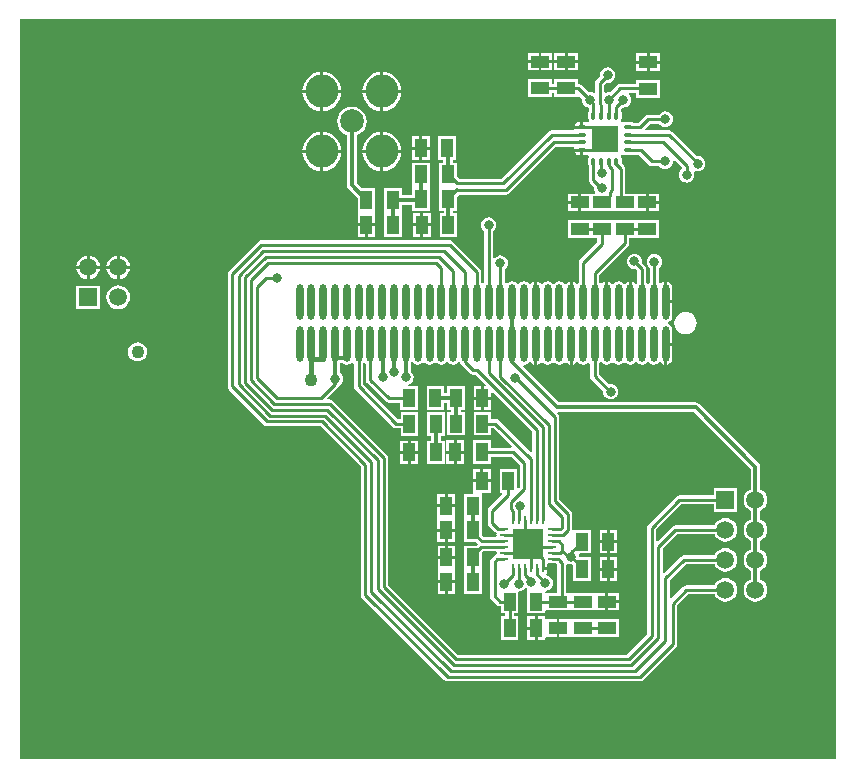
<source format=gbl>
%FSLAX43Y43*%
%MOMM*%
G71*
G01*
G75*
G04 Layer_Physical_Order=2*
G04 Layer_Color=16711680*
%ADD10R,1.500X1.000*%
%ADD11O,2.200X0.600*%
%ADD12R,1.000X1.500*%
%ADD13R,1.100X3.600*%
%ADD14R,10.550X8.700*%
%ADD15R,2.600X2.200*%
%ADD16C,0.250*%
%ADD17C,0.300*%
%ADD18C,0.200*%
%ADD19C,0.500*%
%ADD20C,1.500*%
%ADD21R,1.500X1.500*%
%ADD22C,2.800*%
%ADD23C,2.000*%
%ADD24R,1.500X1.500*%
%ADD25C,0.800*%
%ADD26C,6.000*%
%ADD27C,0.600*%
%ADD28C,0.660*%
%ADD29C,1.100*%
%ADD30R,2.500X2.500*%
%ADD31O,0.700X0.250*%
%ADD32O,0.250X0.700*%
%ADD33R,2.300X2.300*%
%ADD34O,0.350X0.800*%
%ADD35O,0.800X0.350*%
%ADD36O,0.600X3.000*%
%ADD37C,0.400*%
G36*
X69466Y384D02*
X384D01*
Y63116D01*
X69466D01*
Y384D01*
D02*
G37*
%LPC*%
G36*
X37075Y27400D02*
X36450D01*
Y26525D01*
X37075D01*
Y27400D01*
D02*
G37*
G36*
X34050Y27375D02*
X33425D01*
Y26500D01*
X34050D01*
Y27375D01*
D02*
G37*
G36*
X33175D02*
X32550D01*
Y26500D01*
X33175D01*
Y27375D01*
D02*
G37*
G36*
X40250Y30850D02*
X39625D01*
Y29975D01*
X40250D01*
Y30850D01*
D02*
G37*
G36*
X39375D02*
X38750D01*
Y29975D01*
X39375D01*
Y30850D01*
D02*
G37*
G36*
X37950Y27400D02*
X37325D01*
Y26525D01*
X37950D01*
Y27400D01*
D02*
G37*
G36*
X34050Y26250D02*
X33425D01*
Y25375D01*
X34050D01*
Y26250D01*
D02*
G37*
G36*
X33175D02*
X32550D01*
Y25375D01*
X33175D01*
Y26250D01*
D02*
G37*
G36*
X40200Y24975D02*
X39575D01*
Y24100D01*
X40200D01*
Y24975D01*
D02*
G37*
G36*
X37950Y26275D02*
X37325D01*
Y25400D01*
X37950D01*
Y26275D01*
D02*
G37*
G36*
X37075D02*
X36450D01*
Y25400D01*
X37075D01*
Y26275D01*
D02*
G37*
G36*
X36325Y29800D02*
X34825D01*
Y27800D01*
X35142D01*
Y27375D01*
X34800D01*
Y25375D01*
X36300D01*
Y27375D01*
X35958D01*
Y27800D01*
X36325D01*
Y29800D01*
D02*
G37*
G36*
X39375Y31975D02*
X38750D01*
Y31100D01*
X39375D01*
Y31975D01*
D02*
G37*
G36*
X5990Y41920D02*
X5123D01*
X5141Y41784D01*
X5242Y41541D01*
X5402Y41332D01*
X5611Y41172D01*
X5854Y41071D01*
X5990Y41053D01*
Y41920D01*
D02*
G37*
G36*
X40025Y46281D02*
X39855Y46258D01*
X39697Y46193D01*
X39561Y46089D01*
X39457Y45953D01*
X39392Y45795D01*
X39369Y45625D01*
X39392Y45455D01*
X39457Y45297D01*
X39561Y45161D01*
X39643Y45099D01*
Y40730D01*
X39625Y40718D01*
X39612Y40698D01*
X39472Y40690D01*
X39404Y40762D01*
Y41679D01*
X39374Y41825D01*
X39292Y41949D01*
X37020Y44220D01*
X36896Y44303D01*
X36750Y44332D01*
X20754D01*
X20607Y44303D01*
X20483Y44220D01*
X18030Y41767D01*
X17947Y41643D01*
X17918Y41496D01*
Y31975D01*
X17947Y31829D01*
X18030Y31705D01*
X21005Y28730D01*
X21129Y28647D01*
X21275Y28618D01*
X25795D01*
X29218Y25195D01*
Y14325D01*
X29247Y14179D01*
X29330Y14055D01*
X36280Y7105D01*
X36404Y7022D01*
X36550Y6993D01*
X52825D01*
X52971Y7022D01*
X53095Y7105D01*
X55870Y9880D01*
X55953Y10004D01*
X55982Y10150D01*
Y13417D01*
X56923Y14358D01*
X59156D01*
X59207Y14236D01*
X59367Y14027D01*
X59576Y13866D01*
X59819Y13766D01*
X60080Y13731D01*
X60341Y13766D01*
X60584Y13866D01*
X60793Y14027D01*
X60953Y14236D01*
X61054Y14479D01*
X61089Y14740D01*
X61054Y15001D01*
X60953Y15244D01*
X60793Y15453D01*
X60584Y15613D01*
X60341Y15714D01*
X60080Y15748D01*
X59819Y15714D01*
X59576Y15613D01*
X59367Y15453D01*
X59207Y15244D01*
X59156Y15122D01*
X56765D01*
X56619Y15093D01*
X56495Y15010D01*
X55500Y14015D01*
X55382Y14064D01*
Y15567D01*
X56713Y16898D01*
X59156D01*
X59207Y16776D01*
X59367Y16567D01*
X59576Y16406D01*
X59819Y16306D01*
X60080Y16271D01*
X60341Y16306D01*
X60584Y16406D01*
X60793Y16567D01*
X60953Y16776D01*
X61054Y17019D01*
X61089Y17280D01*
X61054Y17541D01*
X60953Y17784D01*
X60793Y17993D01*
X60584Y18153D01*
X60341Y18254D01*
X60080Y18288D01*
X59819Y18254D01*
X59576Y18153D01*
X59367Y17993D01*
X59207Y17784D01*
X59156Y17662D01*
X56555D01*
X56409Y17633D01*
X56285Y17550D01*
X54900Y16165D01*
X54782Y16214D01*
Y18217D01*
X56003Y19438D01*
X59156D01*
X59207Y19316D01*
X59367Y19107D01*
X59576Y18946D01*
X59819Y18846D01*
X60080Y18811D01*
X60341Y18846D01*
X60584Y18946D01*
X60793Y19107D01*
X60953Y19316D01*
X61054Y19559D01*
X61089Y19820D01*
X61054Y20081D01*
X60953Y20324D01*
X60793Y20533D01*
X60584Y20693D01*
X60341Y20794D01*
X60080Y20829D01*
X59819Y20794D01*
X59576Y20693D01*
X59367Y20533D01*
X59207Y20324D01*
X59156Y20202D01*
X55845D01*
X55699Y20173D01*
X55575Y20090D01*
X54325Y18840D01*
X54207Y18889D01*
Y19842D01*
X56343Y21978D01*
X59080D01*
Y21360D01*
X61080D01*
Y23360D01*
X59080D01*
Y22742D01*
X56185D01*
X56039Y22713D01*
X55915Y22630D01*
X53555Y20270D01*
X53472Y20146D01*
X53443Y20000D01*
Y10983D01*
X51717Y9257D01*
X37440D01*
X31532Y15165D01*
Y25925D01*
X31503Y26071D01*
X31420Y26195D01*
X26845Y30770D01*
X26721Y30853D01*
X26575Y30882D01*
X26414D01*
X26365Y31000D01*
X27205Y31839D01*
X27313Y31912D01*
X27402Y32044D01*
X27408Y32074D01*
X27489Y32136D01*
X27593Y32272D01*
X27658Y32430D01*
X27681Y32600D01*
X27658Y32770D01*
X27593Y32928D01*
X27489Y33064D01*
X27433Y33106D01*
Y33967D01*
X27433Y33967D01*
X27612D01*
X27626Y33946D01*
X27808Y33825D01*
X28023Y33782D01*
X28238Y33825D01*
X28420Y33946D01*
X28431Y33963D01*
X28572Y33971D01*
X28639Y33900D01*
Y31979D01*
X28668Y31832D01*
X28751Y31708D01*
X31930Y28530D01*
X32054Y28447D01*
X32200Y28418D01*
X32575D01*
Y27800D01*
X34075D01*
Y29800D01*
X32575D01*
Y29182D01*
X32358D01*
X29404Y32137D01*
Y33937D01*
X29418Y33946D01*
X29431Y33966D01*
X29571Y33975D01*
X29640Y33902D01*
Y32528D01*
X29669Y32382D01*
X29752Y32258D01*
X31305Y30705D01*
X31429Y30622D01*
X31575Y30593D01*
X32525D01*
Y29975D01*
X34025D01*
Y31975D01*
X33218D01*
X33191Y32095D01*
X33350Y32160D01*
X33485Y32265D01*
X33590Y32400D01*
X33655Y32559D01*
X33677Y32728D01*
X33655Y32898D01*
X33590Y33056D01*
X33485Y33192D01*
X33430Y33235D01*
Y33963D01*
X33459Y34006D01*
X33586D01*
X33626Y33946D01*
X33808Y33825D01*
X34022Y33782D01*
X34237Y33825D01*
X34419Y33946D01*
X34459Y34006D01*
X34586D01*
X34627Y33946D01*
X34809Y33825D01*
X35023Y33782D01*
X35238Y33825D01*
X35420Y33946D01*
X35459Y34005D01*
X35586D01*
X35625Y33946D01*
X35807Y33825D01*
X36021Y33782D01*
X36236Y33825D01*
X36418Y33946D01*
X36458Y34006D01*
X36585D01*
X36626Y33946D01*
X36808Y33825D01*
X37022Y33782D01*
X37237Y33825D01*
X37419Y33946D01*
X37459Y34006D01*
X37586D01*
X37626Y33946D01*
X37640Y33937D01*
X37647Y33904D01*
X37730Y33780D01*
X38430Y33080D01*
X38554Y32997D01*
X38700Y32968D01*
X38892D01*
X39767Y32092D01*
X39718Y31975D01*
X39625D01*
Y31100D01*
X40250D01*
Y31443D01*
X40367Y31492D01*
X43718Y28142D01*
Y26414D01*
X43600Y26365D01*
X40870Y29095D01*
X40746Y29178D01*
X40600Y29207D01*
X40250D01*
Y29825D01*
X38750D01*
Y27825D01*
X40250D01*
Y28443D01*
X40442D01*
X41985Y26900D01*
X41936Y26782D01*
X40200D01*
Y27400D01*
X38700D01*
Y25400D01*
X40200D01*
Y26018D01*
X41967D01*
X42668Y25317D01*
Y23453D01*
X42567Y23353D01*
X42450Y23402D01*
Y24975D01*
X40950D01*
Y22975D01*
X41152D01*
X41204Y22848D01*
X40080Y21723D01*
X39997Y21599D01*
X39968Y21453D01*
Y20375D01*
X39997Y20229D01*
X40080Y20105D01*
X40580Y19605D01*
X40704Y19522D01*
X40721Y19518D01*
X40693Y19375D01*
X40697Y19356D01*
X40616Y19257D01*
X39583D01*
X39425Y19416D01*
Y20775D01*
X39425D01*
X39425Y20775D01*
Y20850D01*
X39425D01*
X39425Y20850D01*
Y22848D01*
X39425Y22850D01*
X39430Y22975D01*
X40200D01*
Y23850D01*
X38700D01*
Y22977D01*
X38700Y22975D01*
X38695Y22850D01*
X37925D01*
Y20850D01*
X37925D01*
Y20775D01*
X37925D01*
Y18775D01*
X38984D01*
X39122Y18638D01*
X38984Y18500D01*
X37950D01*
Y16500D01*
X37950D01*
Y16425D01*
X37950D01*
Y14425D01*
X39450D01*
Y16425D01*
X39450D01*
Y16500D01*
X39450D01*
Y17884D01*
X39558Y17993D01*
X40616D01*
X40697Y17894D01*
X40693Y17875D01*
X40701Y17834D01*
X40630Y17729D01*
X40629Y17728D01*
X40505Y17645D01*
X40255Y17395D01*
X40172Y17271D01*
X40143Y17125D01*
Y14200D01*
X40172Y14054D01*
X40255Y13930D01*
X40705Y13480D01*
X40829Y13397D01*
X40975Y13368D01*
X41050D01*
Y12750D01*
X41418D01*
Y12500D01*
X41050D01*
Y10500D01*
X42550D01*
Y12500D01*
X42182D01*
Y12750D01*
X42550D01*
Y14576D01*
X42600Y14619D01*
X42770Y14642D01*
X42928Y14707D01*
X43064Y14811D01*
X43141Y14912D01*
X43189D01*
X43254Y14862D01*
X43300Y14750D01*
Y14750D01*
X43300Y14750D01*
X43300Y14750D01*
Y12750D01*
X44800D01*
Y12935D01*
X44900Y13000D01*
X46900D01*
Y13000D01*
X46900Y13000D01*
X46975D01*
Y13000D01*
X46975Y13000D01*
X48898D01*
X48975Y13000D01*
X49000D01*
X49025D01*
X49102Y13000D01*
X49900D01*
Y13750D01*
Y14500D01*
X49102D01*
X49025Y14500D01*
X49000D01*
X48975D01*
X48898Y14500D01*
X46975D01*
Y14500D01*
X46900D01*
Y14500D01*
X46607D01*
Y16891D01*
X46635Y16920D01*
X46734Y16967D01*
X46855Y16917D01*
X47025Y16894D01*
X47065Y16900D01*
X47175Y16800D01*
Y15500D01*
X48675D01*
Y17500D01*
X47724D01*
X47681Y17550D01*
X47661Y17698D01*
X47697Y17778D01*
X47729Y17825D01*
X48675D01*
Y19825D01*
X47175D01*
Y19825D01*
X47107Y19924D01*
Y21126D01*
X47078Y21273D01*
X46995Y21397D01*
X46007Y22385D01*
Y29351D01*
X45978Y29497D01*
X45895Y29621D01*
X45826Y29690D01*
X45879Y29817D01*
X57381D01*
X62212Y24986D01*
Y23273D01*
X62116Y23233D01*
X61907Y23073D01*
X61746Y22864D01*
X61646Y22621D01*
X61611Y22360D01*
X61646Y22099D01*
X61746Y21856D01*
X61907Y21647D01*
X62116Y21486D01*
X62212Y21446D01*
Y20733D01*
X62116Y20693D01*
X61907Y20533D01*
X61746Y20324D01*
X61646Y20081D01*
X61611Y19820D01*
X61646Y19559D01*
X61746Y19316D01*
X61907Y19107D01*
X62116Y18946D01*
X62212Y18906D01*
Y18193D01*
X62116Y18153D01*
X61907Y17993D01*
X61746Y17784D01*
X61646Y17541D01*
X61611Y17280D01*
X61646Y17019D01*
X61746Y16776D01*
X61907Y16567D01*
X62116Y16406D01*
X62212Y16366D01*
Y15653D01*
X62116Y15613D01*
X61907Y15453D01*
X61746Y15244D01*
X61646Y15001D01*
X61611Y14740D01*
X61646Y14479D01*
X61746Y14236D01*
X61907Y14027D01*
X62116Y13866D01*
X62359Y13766D01*
X62620Y13731D01*
X62881Y13766D01*
X63124Y13866D01*
X63333Y14027D01*
X63493Y14236D01*
X63594Y14479D01*
X63629Y14740D01*
X63594Y15001D01*
X63493Y15244D01*
X63333Y15453D01*
X63124Y15613D01*
X63028Y15653D01*
Y16366D01*
X63124Y16406D01*
X63333Y16567D01*
X63493Y16776D01*
X63594Y17019D01*
X63629Y17280D01*
X63594Y17541D01*
X63493Y17784D01*
X63333Y17993D01*
X63124Y18153D01*
X63028Y18193D01*
Y18906D01*
X63124Y18946D01*
X63333Y19107D01*
X63493Y19316D01*
X63594Y19559D01*
X63629Y19820D01*
X63594Y20081D01*
X63493Y20324D01*
X63333Y20533D01*
X63124Y20693D01*
X63028Y20733D01*
Y21446D01*
X63124Y21486D01*
X63333Y21647D01*
X63493Y21856D01*
X63594Y22099D01*
X63629Y22360D01*
X63594Y22621D01*
X63493Y22864D01*
X63333Y23073D01*
X63124Y23233D01*
X63028Y23273D01*
Y25155D01*
X63028Y25155D01*
X63002Y25285D01*
X62997Y25311D01*
X62908Y25443D01*
X57838Y30513D01*
X57706Y30602D01*
X57680Y30607D01*
X57550Y30633D01*
X57550Y30633D01*
X45986D01*
X42952Y33666D01*
X43015Y33783D01*
X43022Y33782D01*
X43236Y33825D01*
X43418Y33946D01*
X43459Y34006D01*
X43586D01*
X43626Y33946D01*
X43808Y33825D01*
X43897Y33807D01*
Y35543D01*
X44147D01*
Y33807D01*
X44237Y33825D01*
X44419Y33946D01*
X44459Y34006D01*
X44586D01*
X44627Y33946D01*
X44809Y33825D01*
X45023Y33782D01*
X45238Y33825D01*
X45420Y33946D01*
X45459Y34005D01*
X45586D01*
X45625Y33946D01*
X45807Y33825D01*
X46021Y33782D01*
X46236Y33825D01*
X46418Y33946D01*
X46458Y34006D01*
X46585D01*
X46626Y33946D01*
X46808Y33825D01*
X46897Y33807D01*
Y35543D01*
X47147D01*
Y33807D01*
X47237Y33825D01*
X47419Y33946D01*
X47459Y34006D01*
X47586D01*
X47626Y33946D01*
X47808Y33825D01*
X48023Y33782D01*
X48238Y33825D01*
X48419Y33946D01*
X48566Y33945D01*
X48618Y33891D01*
Y32850D01*
X48647Y32704D01*
X48730Y32580D01*
X49705Y31604D01*
X49694Y31525D01*
X49717Y31355D01*
X49782Y31197D01*
X49886Y31061D01*
X50022Y30957D01*
X50180Y30892D01*
X50350Y30869D01*
X50520Y30892D01*
X50678Y30957D01*
X50814Y31061D01*
X50918Y31197D01*
X50983Y31355D01*
X51006Y31525D01*
X50983Y31695D01*
X50918Y31853D01*
X50814Y31989D01*
X50678Y32093D01*
X50520Y32158D01*
X50350Y32181D01*
X50226Y32164D01*
X49382Y33008D01*
Y33922D01*
X49418Y33946D01*
X49458Y34006D01*
X49585D01*
X49625Y33946D01*
X49807Y33825D01*
X50022Y33782D01*
X50237Y33825D01*
X50418Y33946D01*
X50459Y34006D01*
X50586D01*
X50626Y33946D01*
X50808Y33825D01*
X51023Y33782D01*
X51237Y33825D01*
X51419Y33946D01*
X51458Y34005D01*
X51585D01*
X51624Y33946D01*
X51806Y33825D01*
X52021Y33782D01*
X52236Y33825D01*
X52417Y33946D01*
X52458Y34006D01*
X52585D01*
X52625Y33946D01*
X52807Y33825D01*
X53022Y33782D01*
X53236Y33825D01*
X53418Y33946D01*
X53459Y34006D01*
X53586D01*
X53626Y33946D01*
X53808Y33825D01*
X54022Y33782D01*
X54237Y33825D01*
X54419Y33946D01*
X54459Y34006D01*
X54586D01*
X54627Y33946D01*
X54809Y33825D01*
X54898Y33807D01*
Y35543D01*
X55023D01*
Y35668D01*
X55584D01*
Y36743D01*
X55541Y36957D01*
X55420Y37139D01*
X55238Y37261D01*
X55204Y37267D01*
Y37397D01*
X55238Y37404D01*
X55420Y37525D01*
X55541Y37707D01*
X55584Y37922D01*
Y38997D01*
X55023D01*
Y39122D01*
X54898D01*
Y40858D01*
X54809Y40840D01*
X54627Y40718D01*
X54480Y40724D01*
X54432Y40774D01*
Y41999D01*
X54514Y42061D01*
X54618Y42197D01*
X54683Y42355D01*
X54706Y42525D01*
X54683Y42695D01*
X54618Y42853D01*
X54514Y42989D01*
X54378Y43093D01*
X54220Y43158D01*
X54050Y43181D01*
X53880Y43158D01*
X53722Y43093D01*
X53586Y42989D01*
X53482Y42853D01*
X53417Y42695D01*
X53394Y42525D01*
X53417Y42355D01*
X53482Y42197D01*
X53586Y42061D01*
X53668Y41999D01*
Y40746D01*
X53626Y40718D01*
X53595Y40672D01*
X53467Y40665D01*
X53423Y40711D01*
X53418Y40718D01*
X53412Y40722D01*
X53382Y40753D01*
Y41925D01*
X53353Y42071D01*
X53270Y42195D01*
X53017Y42448D01*
X53031Y42550D01*
X53008Y42720D01*
X52943Y42878D01*
X52839Y43014D01*
X52703Y43118D01*
X52545Y43183D01*
X52375Y43206D01*
X52205Y43183D01*
X52047Y43118D01*
X51911Y43014D01*
X51807Y42878D01*
X51742Y42720D01*
X51719Y42550D01*
X51742Y42380D01*
X51807Y42222D01*
X51911Y42086D01*
X52047Y41982D01*
X52205Y41917D01*
X52375Y41894D01*
X52477Y41908D01*
X52618Y41767D01*
Y40707D01*
X52585Y40658D01*
X52458D01*
X52417Y40718D01*
X52236Y40840D01*
X52146Y40858D01*
Y39122D01*
X51896D01*
Y40858D01*
X51806Y40840D01*
X51624Y40718D01*
X51585Y40660D01*
X51458D01*
X51419Y40718D01*
X51237Y40840D01*
X51023Y40883D01*
X50808Y40840D01*
X50626Y40718D01*
X50586Y40658D01*
X50459D01*
X50418Y40718D01*
X50237Y40840D01*
X50147Y40858D01*
Y39122D01*
X49897D01*
Y40858D01*
X49807Y40840D01*
X49625Y40718D01*
X49612Y40698D01*
X49472Y40690D01*
X49404Y40762D01*
Y41438D01*
X51820Y43855D01*
X51903Y43979D01*
X51932Y44125D01*
Y44550D01*
X52550D01*
Y44550D01*
X54450D01*
Y46050D01*
X52450D01*
Y46050D01*
X48725D01*
Y46050D01*
X46725D01*
Y44550D01*
X48625D01*
Y44550D01*
X49243D01*
Y44208D01*
X47753Y42718D01*
X47670Y42594D01*
X47641Y42448D01*
Y40728D01*
X47626Y40718D01*
X47586Y40658D01*
X47459D01*
X47419Y40718D01*
X47237Y40840D01*
X47147Y40858D01*
Y39122D01*
X46897D01*
Y40858D01*
X46808Y40840D01*
X46626Y40718D01*
X46585Y40658D01*
X46458D01*
X46418Y40718D01*
X46236Y40840D01*
X46021Y40883D01*
X45807Y40840D01*
X45625Y40718D01*
X45586Y40660D01*
X45459D01*
X45420Y40718D01*
X45238Y40840D01*
X45023Y40883D01*
X44809Y40840D01*
X44627Y40718D01*
X44586Y40658D01*
X44459D01*
X44419Y40718D01*
X44237Y40840D01*
X44147Y40858D01*
Y39122D01*
X43897D01*
Y40858D01*
X43808Y40840D01*
X43626Y40718D01*
X43586Y40658D01*
X43459D01*
X43418Y40718D01*
X43236Y40840D01*
X43022Y40883D01*
X42807Y40840D01*
X42625Y40718D01*
X42585Y40658D01*
X42458D01*
X42417Y40718D01*
X42236Y40840D01*
X42021Y40883D01*
X41806Y40840D01*
X41624Y40718D01*
X41613Y40702D01*
X41472Y40693D01*
X41405Y40765D01*
Y41872D01*
X41489Y41936D01*
X41593Y42072D01*
X41658Y42230D01*
X41681Y42400D01*
X41658Y42570D01*
X41593Y42728D01*
X41489Y42864D01*
X41353Y42968D01*
X41195Y43033D01*
X41025Y43056D01*
X40855Y43033D01*
X40697Y42968D01*
X40561Y42864D01*
X40534Y42828D01*
X40407Y42871D01*
Y45099D01*
X40489Y45161D01*
X40593Y45297D01*
X40658Y45455D01*
X40681Y45625D01*
X40658Y45795D01*
X40593Y45953D01*
X40489Y46089D01*
X40353Y46193D01*
X40195Y46258D01*
X40025Y46281D01*
D02*
G37*
G36*
X55148Y40858D02*
Y39247D01*
X55584D01*
Y40322D01*
X55541Y40536D01*
X55420Y40718D01*
X55238Y40840D01*
X55148Y40858D01*
D02*
G37*
G36*
X9647Y41920D02*
X8780D01*
Y41053D01*
X8916Y41071D01*
X9159Y41172D01*
X9368Y41332D01*
X9529Y41541D01*
X9629Y41784D01*
X9647Y41920D01*
D02*
G37*
G36*
X8530D02*
X7663D01*
X7681Y41784D01*
X7782Y41541D01*
X7942Y41332D01*
X8151Y41172D01*
X8394Y41071D01*
X8530Y41053D01*
Y41920D01*
D02*
G37*
G36*
X7107D02*
X6240D01*
Y41053D01*
X6376Y41071D01*
X6619Y41172D01*
X6828Y41332D01*
X6989Y41541D01*
X7089Y41784D01*
X7107Y41920D01*
D02*
G37*
G36*
X10300Y35707D02*
X10091Y35679D01*
X9897Y35599D01*
X9729Y35471D01*
X9601Y35303D01*
X9521Y35109D01*
X9493Y34900D01*
X9521Y34691D01*
X9601Y34497D01*
X9729Y34329D01*
X9897Y34201D01*
X10091Y34121D01*
X10300Y34093D01*
X10509Y34121D01*
X10703Y34201D01*
X10871Y34329D01*
X10999Y34497D01*
X11079Y34691D01*
X11107Y34900D01*
X11079Y35109D01*
X10999Y35303D01*
X10871Y35471D01*
X10703Y35599D01*
X10509Y35679D01*
X10300Y35707D01*
D02*
G37*
G36*
X55584Y35418D02*
X55148D01*
Y33807D01*
X55238Y33825D01*
X55420Y33946D01*
X55541Y34128D01*
X55584Y34343D01*
Y35418D01*
D02*
G37*
G36*
X38000Y31975D02*
X36500D01*
Y31383D01*
X36275D01*
Y31975D01*
X34775D01*
Y29975D01*
X36275D01*
Y30567D01*
X36500D01*
Y29975D01*
X36842D01*
Y29825D01*
X36500D01*
Y27825D01*
X38000D01*
Y29825D01*
X37658D01*
Y29975D01*
X38000D01*
Y31975D01*
D02*
G37*
G36*
X7115Y40505D02*
X5115D01*
Y38505D01*
X7115D01*
Y40505D01*
D02*
G37*
G36*
X8655Y40514D02*
X8394Y40479D01*
X8151Y40379D01*
X7942Y40218D01*
X7782Y40009D01*
X7681Y39766D01*
X7647Y39505D01*
X7681Y39244D01*
X7782Y39001D01*
X7942Y38792D01*
X8151Y38632D01*
X8394Y38531D01*
X8655Y38496D01*
X8916Y38531D01*
X9159Y38632D01*
X9368Y38792D01*
X9529Y39001D01*
X9629Y39244D01*
X9664Y39505D01*
X9629Y39766D01*
X9529Y40009D01*
X9368Y40218D01*
X9159Y40379D01*
X8916Y40479D01*
X8655Y40514D01*
D02*
G37*
G36*
X56700Y38283D02*
X56452Y38251D01*
X56221Y38155D01*
X56022Y38003D01*
X55870Y37804D01*
X55775Y37573D01*
X55742Y37325D01*
X55775Y37077D01*
X55870Y36846D01*
X56022Y36647D01*
X56221Y36495D01*
X56452Y36399D01*
X56700Y36367D01*
X56948Y36399D01*
X57179Y36495D01*
X57378Y36647D01*
X57530Y36846D01*
X57626Y37077D01*
X57658Y37325D01*
X57626Y37573D01*
X57530Y37804D01*
X57378Y38003D01*
X57179Y38155D01*
X56948Y38251D01*
X56700Y38283D01*
D02*
G37*
G36*
X50050Y16375D02*
X49425D01*
Y15500D01*
X50050D01*
Y16375D01*
D02*
G37*
G36*
X37200Y15300D02*
X36575D01*
Y14425D01*
X37200D01*
Y15300D01*
D02*
G37*
G36*
X36325D02*
X35700D01*
Y14425D01*
X36325D01*
Y15300D01*
D02*
G37*
G36*
X50050Y17500D02*
X49425D01*
Y16625D01*
X50050D01*
Y17500D01*
D02*
G37*
G36*
X37200Y17375D02*
X35700D01*
Y16552D01*
X35700Y16500D01*
Y16462D01*
Y16425D01*
X35700Y16373D01*
Y15550D01*
X37200D01*
Y16373D01*
X37200Y16425D01*
Y16462D01*
Y16500D01*
X37200Y16552D01*
Y17375D01*
D02*
G37*
G36*
X50925Y16375D02*
X50300D01*
Y15500D01*
X50925D01*
Y16375D01*
D02*
G37*
G36*
X43925Y12500D02*
X43300D01*
Y11625D01*
X43925D01*
Y12500D01*
D02*
G37*
G36*
X44800D02*
X44175D01*
Y11500D01*
Y10500D01*
X44800D01*
Y10685D01*
X44800Y10685D01*
X44900Y10750D01*
X44927Y10750D01*
X45775D01*
Y11500D01*
Y12250D01*
X44927D01*
X44900Y12250D01*
X44800Y12315D01*
Y12500D01*
D02*
G37*
G36*
X43925Y11375D02*
X43300D01*
Y10500D01*
X43925D01*
Y11375D01*
D02*
G37*
G36*
X50150Y14500D02*
Y13875D01*
X51025D01*
Y14500D01*
X50150D01*
D02*
G37*
G36*
X51025Y13625D02*
X50150D01*
Y13000D01*
X51025D01*
Y13625D01*
D02*
G37*
G36*
X48975Y12250D02*
Y12250D01*
X48975Y12250D01*
X47027D01*
X46975Y12250D01*
X46938D01*
X46900D01*
X46848Y12250D01*
X46025D01*
Y11500D01*
Y10750D01*
X46848D01*
X46900Y10750D01*
X46938D01*
X46975D01*
X47027Y10750D01*
X48975D01*
Y10750D01*
X49025D01*
Y10750D01*
X51025D01*
Y12250D01*
X49025D01*
Y12250D01*
X49025Y12250D01*
X48975D01*
D02*
G37*
G36*
X50925Y17500D02*
X50300D01*
Y16625D01*
X50925D01*
Y17500D01*
D02*
G37*
G36*
X37175Y21725D02*
X35675D01*
Y20902D01*
X35675Y20850D01*
Y20812D01*
Y20775D01*
X35675Y20723D01*
Y19900D01*
X37175D01*
Y20723D01*
X37175Y20775D01*
Y20812D01*
Y20850D01*
X37175Y20902D01*
Y21725D01*
D02*
G37*
G36*
X50925Y19825D02*
X50300D01*
Y18950D01*
X50925D01*
Y19825D01*
D02*
G37*
G36*
X50050D02*
X49425D01*
Y18950D01*
X50050D01*
Y19825D01*
D02*
G37*
G36*
X39325Y24975D02*
X38700D01*
Y24100D01*
X39325D01*
Y24975D01*
D02*
G37*
G36*
X37175Y22850D02*
X36550D01*
Y21975D01*
X37175D01*
Y22850D01*
D02*
G37*
G36*
X36300D02*
X35675D01*
Y21975D01*
X36300D01*
Y22850D01*
D02*
G37*
G36*
X50050Y18700D02*
X49425D01*
Y17825D01*
X50050D01*
Y18700D01*
D02*
G37*
G36*
X37200Y18500D02*
X36575D01*
Y17625D01*
X37200D01*
Y18500D01*
D02*
G37*
G36*
X36325D02*
X35700D01*
Y17625D01*
X36325D01*
Y18500D01*
D02*
G37*
G36*
X37175Y19650D02*
X36550D01*
Y18775D01*
X37175D01*
Y19650D01*
D02*
G37*
G36*
X36300D02*
X35675D01*
Y18775D01*
X36300D01*
Y19650D01*
D02*
G37*
G36*
X50925Y18700D02*
X50300D01*
Y17825D01*
X50925D01*
Y18700D01*
D02*
G37*
G36*
X50100Y58981D02*
X49930Y58958D01*
X49772Y58893D01*
X49636Y58789D01*
X49532Y58653D01*
X49467Y58495D01*
X49444Y58325D01*
X49461Y58201D01*
X49155Y57895D01*
X49072Y57771D01*
X49043Y57625D01*
Y56848D01*
X49009Y56832D01*
X48916Y56798D01*
X48770Y56858D01*
X48600Y56881D01*
X48498Y56867D01*
X47870Y57495D01*
X47746Y57578D01*
X47600Y57607D01*
X47600D01*
Y57975D01*
X45600D01*
Y57607D01*
X45375D01*
Y57975D01*
X43375D01*
Y56475D01*
X45375D01*
Y56843D01*
X45600D01*
Y56475D01*
X47600D01*
Y56518D01*
X47717Y56567D01*
X47958Y56327D01*
X47944Y56225D01*
X47967Y56055D01*
X48032Y55897D01*
X48136Y55761D01*
X48272Y55657D01*
X48430Y55592D01*
X48518Y55580D01*
Y55318D01*
X48500Y55291D01*
X48467Y55125D01*
Y54675D01*
X48500Y54509D01*
X48521Y54477D01*
X48475Y54350D01*
X48348Y54304D01*
X48316Y54325D01*
X48150Y54358D01*
X48050D01*
Y53925D01*
X47925D01*
Y53800D01*
X47292D01*
X47295Y53784D01*
X47227Y53657D01*
X45350D01*
X45204Y53628D01*
X45080Y53545D01*
X41067Y49532D01*
X37544D01*
X37325Y49752D01*
Y50925D01*
X36983D01*
Y51150D01*
X37275D01*
Y53150D01*
X35775D01*
Y51150D01*
X36167D01*
Y50925D01*
X35825D01*
Y48925D01*
X35825D01*
X35825Y48800D01*
X35825D01*
Y46800D01*
X36217D01*
Y46650D01*
X35875D01*
Y44650D01*
X37375D01*
Y46650D01*
X37033D01*
Y46800D01*
X37325D01*
Y47973D01*
X37544Y48193D01*
X41500D01*
X41646Y48222D01*
X41770Y48305D01*
X45708Y52243D01*
X47227D01*
X47295Y52116D01*
X47292Y52100D01*
X47925D01*
Y51975D01*
X48050D01*
Y51542D01*
X48150D01*
X48316Y51575D01*
X48348Y51596D01*
X48475Y51550D01*
X48521Y51423D01*
X48500Y51391D01*
X48467Y51225D01*
Y50775D01*
X48493Y50644D01*
Y49470D01*
X48522Y49324D01*
X48605Y49200D01*
X48953Y48851D01*
X48947Y48802D01*
X48969Y48633D01*
X49035Y48475D01*
X49071Y48427D01*
X49009Y48300D01*
X48725D01*
Y48300D01*
X47850D01*
Y47550D01*
Y46800D01*
X48625D01*
Y46800D01*
X52550D01*
Y46800D01*
X53325D01*
Y47550D01*
Y48300D01*
X52450D01*
Y48300D01*
X51607D01*
Y50400D01*
X51578Y50546D01*
X51495Y50670D01*
X51283Y50882D01*
Y51225D01*
X51250Y51391D01*
X51229Y51423D01*
X51275Y51550D01*
X51402Y51596D01*
X51434Y51575D01*
X51600Y51542D01*
X52050D01*
X52216Y51575D01*
X52243Y51593D01*
X52742D01*
X53580Y50755D01*
X53704Y50672D01*
X53850Y50643D01*
X54449D01*
X54511Y50561D01*
X54647Y50457D01*
X54805Y50392D01*
X54975Y50369D01*
X55145Y50392D01*
X55303Y50457D01*
X55439Y50561D01*
X55543Y50697D01*
X55608Y50855D01*
X55631Y51025D01*
X55623Y51082D01*
X55743Y51141D01*
X56374Y50511D01*
X56366Y50361D01*
X56336Y50339D01*
X56232Y50203D01*
X56167Y50045D01*
X56144Y49875D01*
X56167Y49705D01*
X56232Y49547D01*
X56336Y49411D01*
X56472Y49307D01*
X56630Y49242D01*
X56800Y49219D01*
X56970Y49242D01*
X57128Y49307D01*
X57264Y49411D01*
X57368Y49547D01*
X57433Y49705D01*
X57456Y49875D01*
X57433Y50045D01*
X57403Y50117D01*
X57500Y50214D01*
X57555Y50192D01*
X57725Y50169D01*
X57895Y50192D01*
X58053Y50257D01*
X58189Y50361D01*
X58293Y50497D01*
X58358Y50655D01*
X58381Y50825D01*
X58358Y50995D01*
X58293Y51153D01*
X58189Y51289D01*
X58053Y51393D01*
X57895Y51458D01*
X57725Y51481D01*
X57646Y51470D01*
X55570Y53545D01*
X55446Y53628D01*
X55300Y53657D01*
X53314D01*
X53265Y53775D01*
X53708Y54218D01*
X54474D01*
X54536Y54136D01*
X54672Y54032D01*
X54830Y53967D01*
X55000Y53944D01*
X55170Y53967D01*
X55328Y54032D01*
X55464Y54136D01*
X55568Y54272D01*
X55633Y54430D01*
X55656Y54600D01*
X55633Y54770D01*
X55568Y54928D01*
X55464Y55064D01*
X55328Y55168D01*
X55170Y55233D01*
X55000Y55256D01*
X54830Y55233D01*
X54672Y55168D01*
X54536Y55064D01*
X54474Y54982D01*
X53550D01*
X53404Y54953D01*
X53280Y54870D01*
X52692Y54282D01*
X52280D01*
X52216Y54325D01*
X52050Y54358D01*
X51600D01*
X51434Y54325D01*
X51402Y54304D01*
X51275Y54350D01*
X51229Y54477D01*
X51250Y54509D01*
X51283Y54675D01*
Y55125D01*
X51250Y55291D01*
X51232Y55318D01*
Y55492D01*
X51323Y55583D01*
X51425Y55569D01*
X51595Y55592D01*
X51753Y55657D01*
X51889Y55761D01*
X51993Y55897D01*
X52058Y56055D01*
X52081Y56225D01*
X52058Y56395D01*
X51993Y56553D01*
X51889Y56689D01*
X51886Y56691D01*
X51929Y56818D01*
X52525D01*
Y56425D01*
X54525D01*
Y57925D01*
X52525D01*
Y57582D01*
X51175D01*
X51029Y57553D01*
X50905Y57470D01*
X50302Y56867D01*
X50200Y56881D01*
X50030Y56858D01*
X49934Y56819D01*
X49807Y56894D01*
Y57467D01*
X50021Y57680D01*
X50100Y57669D01*
X50270Y57692D01*
X50428Y57757D01*
X50564Y57861D01*
X50668Y57997D01*
X50733Y58155D01*
X50756Y58325D01*
X50733Y58495D01*
X50668Y58653D01*
X50564Y58789D01*
X50428Y58893D01*
X50270Y58958D01*
X50100Y58981D01*
D02*
G37*
G36*
X32636Y56815D02*
X31115D01*
Y55294D01*
X31313Y55314D01*
X31624Y55408D01*
X31911Y55561D01*
X32162Y55768D01*
X32369Y56019D01*
X32522Y56306D01*
X32616Y56617D01*
X32636Y56815D01*
D02*
G37*
G36*
X30865D02*
X29344D01*
X29364Y56617D01*
X29458Y56306D01*
X29611Y56019D01*
X29818Y55768D01*
X30069Y55561D01*
X30356Y55408D01*
X30667Y55314D01*
X30865Y55294D01*
Y56815D01*
D02*
G37*
G36*
Y58586D02*
X30667Y58566D01*
X30356Y58472D01*
X30069Y58319D01*
X29818Y58112D01*
X29611Y57861D01*
X29458Y57574D01*
X29364Y57263D01*
X29344Y57065D01*
X30865D01*
Y58586D01*
D02*
G37*
G36*
X26035D02*
Y57065D01*
X27556D01*
X27536Y57263D01*
X27442Y57574D01*
X27289Y57861D01*
X27082Y58112D01*
X26831Y58319D01*
X26544Y58472D01*
X26233Y58566D01*
X26035Y58586D01*
D02*
G37*
G36*
X25785D02*
X25587Y58566D01*
X25276Y58472D01*
X24989Y58319D01*
X24738Y58112D01*
X24531Y57861D01*
X24378Y57574D01*
X24284Y57263D01*
X24264Y57065D01*
X25785D01*
Y58586D01*
D02*
G37*
G36*
X35025Y53150D02*
X34400D01*
Y52275D01*
X35025D01*
Y53150D01*
D02*
G37*
G36*
X34150D02*
X33525D01*
Y52275D01*
X34150D01*
Y53150D01*
D02*
G37*
G36*
X31115Y53506D02*
Y51985D01*
X32636D01*
X32616Y52183D01*
X32522Y52494D01*
X32369Y52781D01*
X32162Y53032D01*
X31911Y53239D01*
X31624Y53392D01*
X31313Y53486D01*
X31115Y53506D01*
D02*
G37*
G36*
X27556Y56815D02*
X26035D01*
Y55294D01*
X26233Y55314D01*
X26544Y55408D01*
X26831Y55561D01*
X27082Y55768D01*
X27289Y56019D01*
X27442Y56306D01*
X27536Y56617D01*
X27556Y56815D01*
D02*
G37*
G36*
X25785D02*
X24264D01*
X24284Y56617D01*
X24378Y56306D01*
X24531Y56019D01*
X24738Y55768D01*
X24989Y55561D01*
X25276Y55408D01*
X25587Y55314D01*
X25785Y55294D01*
Y56815D01*
D02*
G37*
G36*
X47800Y54358D02*
X47700D01*
X47534Y54325D01*
X47394Y54231D01*
X47300Y54091D01*
X47292Y54050D01*
X47800D01*
Y54358D01*
D02*
G37*
G36*
X31115Y58586D02*
Y57065D01*
X32636D01*
X32616Y57263D01*
X32522Y57574D01*
X32369Y57861D01*
X32162Y58112D01*
X31911Y58319D01*
X31624Y58472D01*
X31313Y58566D01*
X31115Y58586D01*
D02*
G37*
G36*
X44250Y60225D02*
X43375D01*
Y59600D01*
X44250D01*
Y60225D01*
D02*
G37*
G36*
X54525Y60175D02*
X53650D01*
Y59550D01*
X54525D01*
Y60175D01*
D02*
G37*
G36*
X53400D02*
X52525D01*
Y59550D01*
X53400D01*
Y60175D01*
D02*
G37*
G36*
X47600Y60225D02*
X46725D01*
Y59600D01*
X47600D01*
Y60225D01*
D02*
G37*
G36*
X46475D02*
X45600D01*
Y59600D01*
X46475D01*
Y60225D01*
D02*
G37*
G36*
X45375D02*
X44500D01*
Y59600D01*
X45375D01*
Y60225D01*
D02*
G37*
G36*
X44250Y59350D02*
X43375D01*
Y58725D01*
X44250D01*
Y59350D01*
D02*
G37*
G36*
X54525Y59300D02*
X53650D01*
Y58675D01*
X54525D01*
Y59300D01*
D02*
G37*
G36*
X53400D02*
X52525D01*
Y58675D01*
X53400D01*
Y59300D01*
D02*
G37*
G36*
X47600Y59350D02*
X46725D01*
Y58725D01*
X47600D01*
Y59350D01*
D02*
G37*
G36*
X46475D02*
X45600D01*
Y58725D01*
X46475D01*
Y59350D01*
D02*
G37*
G36*
X45375D02*
X44500D01*
Y58725D01*
X45375D01*
Y59350D01*
D02*
G37*
G36*
X30865Y53506D02*
X30667Y53486D01*
X30356Y53392D01*
X30069Y53239D01*
X29818Y53032D01*
X29611Y52781D01*
X29458Y52494D01*
X29364Y52183D01*
X29344Y51985D01*
X30865D01*
Y53506D01*
D02*
G37*
G36*
X28450Y55661D02*
X28124Y55618D01*
X27820Y55492D01*
X27558Y55292D01*
X27358Y55030D01*
X27232Y54726D01*
X27189Y54400D01*
X27232Y54074D01*
X27358Y53770D01*
X27558Y53508D01*
X27820Y53308D01*
X28042Y53216D01*
Y49000D01*
X28042Y49000D01*
X28068Y48870D01*
X28073Y48844D01*
X28162Y48712D01*
X28925Y47948D01*
Y46777D01*
X28925Y46775D01*
X28925Y46712D01*
X28925Y46650D01*
X28925Y46648D01*
Y45775D01*
X30425D01*
Y46648D01*
X30425Y46650D01*
X30425Y46713D01*
X30425Y46775D01*
X30425Y46777D01*
Y48775D01*
X29252D01*
X28858Y49169D01*
Y53216D01*
X29080Y53308D01*
X29342Y53508D01*
X29542Y53770D01*
X29668Y54074D01*
X29711Y54400D01*
X29668Y54726D01*
X29542Y55030D01*
X29342Y55292D01*
X29080Y55492D01*
X28776Y55618D01*
X28450Y55661D01*
D02*
G37*
G36*
X35125Y45525D02*
X34500D01*
Y44650D01*
X35125D01*
Y45525D01*
D02*
G37*
G36*
X34250D02*
X33625D01*
Y44650D01*
X34250D01*
Y45525D01*
D02*
G37*
G36*
X47600Y47425D02*
X46725D01*
Y46800D01*
X47600D01*
Y47425D01*
D02*
G37*
G36*
X35125Y46650D02*
X34500D01*
Y45775D01*
X35125D01*
Y46650D01*
D02*
G37*
G36*
X34250D02*
X33625D01*
Y45775D01*
X34250D01*
Y46650D01*
D02*
G37*
G36*
X8530Y43037D02*
X8394Y43019D01*
X8151Y42918D01*
X7942Y42758D01*
X7782Y42549D01*
X7681Y42306D01*
X7663Y42170D01*
X8530D01*
Y43037D01*
D02*
G37*
G36*
X6240D02*
Y42170D01*
X7107D01*
X7089Y42306D01*
X6989Y42549D01*
X6828Y42758D01*
X6619Y42918D01*
X6376Y43019D01*
X6240Y43037D01*
D02*
G37*
G36*
X5990D02*
X5854Y43019D01*
X5611Y42918D01*
X5402Y42758D01*
X5242Y42549D01*
X5141Y42306D01*
X5123Y42170D01*
X5990D01*
Y43037D01*
D02*
G37*
G36*
X30425Y45525D02*
X29800D01*
Y44650D01*
X30425D01*
Y45525D01*
D02*
G37*
G36*
X29550D02*
X28925D01*
Y44650D01*
X29550D01*
Y45525D01*
D02*
G37*
G36*
X8780Y43037D02*
Y42170D01*
X9647D01*
X9629Y42306D01*
X9529Y42549D01*
X9368Y42758D01*
X9159Y42918D01*
X8916Y43019D01*
X8780Y43037D01*
D02*
G37*
G36*
X54450Y47425D02*
X53575D01*
Y46800D01*
X54450D01*
Y47425D01*
D02*
G37*
G36*
X35025Y52025D02*
X34400D01*
Y51150D01*
X35025D01*
Y52025D01*
D02*
G37*
G36*
X34150D02*
X33525D01*
Y51150D01*
X34150D01*
Y52025D01*
D02*
G37*
G36*
X32636Y51735D02*
X31115D01*
Y50214D01*
X31313Y50234D01*
X31624Y50328D01*
X31911Y50481D01*
X32162Y50688D01*
X32369Y50939D01*
X32522Y51226D01*
X32616Y51537D01*
X32636Y51735D01*
D02*
G37*
G36*
X26035Y53506D02*
Y51985D01*
X27556D01*
X27536Y52183D01*
X27442Y52494D01*
X27289Y52781D01*
X27082Y53032D01*
X26831Y53239D01*
X26544Y53392D01*
X26233Y53486D01*
X26035Y53506D01*
D02*
G37*
G36*
X25785D02*
X25587Y53486D01*
X25276Y53392D01*
X24989Y53239D01*
X24738Y53032D01*
X24531Y52781D01*
X24378Y52494D01*
X24284Y52183D01*
X24264Y51985D01*
X25785D01*
Y53506D01*
D02*
G37*
G36*
X47800Y51850D02*
X47292D01*
X47300Y51809D01*
X47394Y51669D01*
X47534Y51575D01*
X47700Y51542D01*
X47800D01*
Y51850D01*
D02*
G37*
G36*
X30865Y51735D02*
X29344D01*
X29364Y51537D01*
X29458Y51226D01*
X29611Y50939D01*
X29818Y50688D01*
X30069Y50481D01*
X30356Y50328D01*
X30667Y50234D01*
X30865Y50214D01*
Y51735D01*
D02*
G37*
G36*
X35075Y50925D02*
X33575D01*
Y48925D01*
X33575D01*
X33575Y48800D01*
X33575D01*
Y48183D01*
X32675D01*
Y48775D01*
X31175D01*
Y46775D01*
X31175D01*
X31175Y46650D01*
X31175D01*
Y44650D01*
X32675D01*
Y46650D01*
X32675D01*
X32675Y46775D01*
X32675D01*
Y47367D01*
X33575D01*
Y46800D01*
X35075D01*
Y48800D01*
X35075D01*
X35075Y48925D01*
X35075D01*
Y50925D01*
D02*
G37*
G36*
X54450Y48300D02*
X53575D01*
Y47675D01*
X54450D01*
Y48300D01*
D02*
G37*
G36*
X47600D02*
X46725D01*
Y47675D01*
X47600D01*
Y48300D01*
D02*
G37*
G36*
X27556Y51735D02*
X26035D01*
Y50214D01*
X26233Y50234D01*
X26544Y50328D01*
X26831Y50481D01*
X27082Y50688D01*
X27289Y50939D01*
X27442Y51226D01*
X27536Y51537D01*
X27556Y51735D01*
D02*
G37*
G36*
X25785D02*
X24264D01*
X24284Y51537D01*
X24378Y51226D01*
X24531Y50939D01*
X24738Y50688D01*
X24989Y50481D01*
X25276Y50328D01*
X25587Y50234D01*
X25785Y50214D01*
Y51735D01*
D02*
G37*
%LPD*%
G36*
X45175Y16993D02*
X45721D01*
X45843Y16871D01*
Y14590D01*
X45753Y14500D01*
X44919D01*
X44840Y14602D01*
X44857Y14674D01*
X44995Y14692D01*
X45153Y14758D01*
X45289Y14862D01*
X45393Y14998D01*
X45458Y15156D01*
X45481Y15325D01*
X45458Y15495D01*
X45393Y15653D01*
X45289Y15789D01*
X45153Y15893D01*
X44995Y15959D01*
X44930Y15967D01*
X44905Y16014D01*
X44885Y16101D01*
X44953Y16204D01*
X44982Y16350D01*
Y16450D01*
X44600D01*
Y16700D01*
X44982D01*
Y16800D01*
X44959Y16916D01*
X44988Y16960D01*
X45015Y16987D01*
X45059Y17016D01*
X45175Y16993D01*
D02*
G37*
D10*
X53525Y57175D02*
D03*
Y59425D02*
D03*
X46600Y59475D02*
D03*
Y57225D02*
D03*
X44375Y59475D02*
D03*
Y57225D02*
D03*
X47975Y11500D02*
D03*
Y13750D02*
D03*
X45900Y11500D02*
D03*
Y13750D02*
D03*
X50025Y11500D02*
D03*
Y13750D02*
D03*
X47725Y45300D02*
D03*
Y47550D02*
D03*
X49625Y47550D02*
D03*
Y45300D02*
D03*
X51550Y47550D02*
D03*
Y45300D02*
D03*
X53450Y45300D02*
D03*
Y47550D02*
D03*
D12*
X44050Y13750D02*
D03*
X41800D02*
D03*
X44050Y11500D02*
D03*
X41800D02*
D03*
X39450Y26400D02*
D03*
X37200D02*
D03*
X38675Y19775D02*
D03*
X36425D02*
D03*
Y21850D02*
D03*
X38675D02*
D03*
X38700Y17500D02*
D03*
X36450D02*
D03*
Y15425D02*
D03*
X38700D02*
D03*
X33325Y28800D02*
D03*
X35575D02*
D03*
X33275Y30975D02*
D03*
X35525D02*
D03*
X37250Y28825D02*
D03*
X39500D02*
D03*
X33300Y26375D02*
D03*
X35550D02*
D03*
X39500Y30975D02*
D03*
X37250D02*
D03*
X39450Y23975D02*
D03*
X41700D02*
D03*
X36525Y52150D02*
D03*
X34275D02*
D03*
X31925Y45650D02*
D03*
X29675D02*
D03*
X36575Y47800D02*
D03*
X34325D02*
D03*
X31925Y47775D02*
D03*
X29675D02*
D03*
X34325Y49925D02*
D03*
X36575D02*
D03*
X36625Y45650D02*
D03*
X34375D02*
D03*
X50175Y16500D02*
D03*
X47925D02*
D03*
X50175Y18825D02*
D03*
X47925D02*
D03*
D16*
X48875Y49470D02*
X49543Y48802D01*
X49550Y50125D02*
X49650Y50025D01*
X48875Y49470D02*
Y50975D01*
X49650Y50025D02*
X49650D01*
X49543Y48802D02*
X49602D01*
X50327Y48431D02*
X50475Y48579D01*
Y50371D01*
X50327Y48095D02*
Y48431D01*
X50200Y50646D02*
X50475Y50371D01*
X50200Y50646D02*
Y51000D01*
X54800Y52625D02*
X56800Y50625D01*
Y49875D02*
Y50625D01*
X21375Y42450D02*
X35600D01*
X21168Y42950D02*
X35825D01*
X20961Y43450D02*
X36250D01*
X20754Y43950D02*
X36750D01*
X21207Y41157D02*
X22150D01*
X20450Y40400D02*
X21207Y41157D01*
X35600Y42450D02*
X36021Y42029D01*
X19925Y41000D02*
X21375Y42450D01*
X19425Y41207D02*
X21168Y42950D01*
X18850Y41339D02*
X20961Y43450D01*
X18300Y41496D02*
X20754Y43950D01*
X36021Y38022D02*
Y42029D01*
X35825Y42950D02*
X37022Y41753D01*
X36250Y43450D02*
X38023Y41677D01*
X36750Y43950D02*
X39021Y41679D01*
X40022Y33085D02*
Y36643D01*
X38700Y33350D02*
X39050D01*
X45100Y22044D02*
Y28714D01*
X39050Y33350D02*
X44100Y28300D01*
X41023Y32792D02*
X45100Y28714D01*
X41023Y32792D02*
Y36643D01*
X44600Y20675D02*
Y28507D01*
X40022Y33085D02*
X44600Y28507D01*
X44100Y20675D02*
Y28300D01*
X49425Y57625D02*
X50100Y58300D01*
X49425Y55904D02*
Y57625D01*
Y55904D02*
X49525Y55804D01*
Y54900D02*
Y55804D01*
X51225Y47550D02*
Y50400D01*
X51225Y47550D02*
X51225Y47550D01*
X50850Y50775D02*
X51225Y50400D01*
X18300Y31975D02*
Y41496D01*
X18850Y32132D02*
Y41339D01*
X19425Y32264D02*
Y41207D01*
X19925Y32471D02*
Y41000D01*
X44100Y16050D02*
X44825Y15325D01*
X43652Y15376D02*
Y15473D01*
X43100Y16025D02*
X43652Y15473D01*
X46800Y17550D02*
X47025D01*
X46275Y18075D02*
X46800Y17550D01*
X47025Y17925D02*
X47925Y18825D01*
X47025Y17550D02*
Y17925D01*
Y17550D02*
X47900Y16675D01*
X46225Y14075D02*
Y17029D01*
X45950Y17304D02*
X46225Y17029D01*
X45950Y17304D02*
Y17350D01*
X45925Y17375D02*
X45950Y17350D01*
X46075Y17875D02*
X46275Y18075D01*
X45400Y17875D02*
X46075D01*
X42125Y26400D02*
X43050Y25475D01*
Y23295D02*
Y25475D01*
X41950Y22195D02*
X43050Y23295D01*
X43600Y20675D02*
Y25825D01*
X40600Y28825D02*
X43600Y25825D01*
X45625Y22226D02*
Y29351D01*
X42315Y32660D02*
X45625Y29351D01*
Y22226D02*
X46725Y21126D01*
X45100Y22044D02*
X46225Y20919D01*
X41950Y21553D02*
Y22195D01*
Y21553D02*
X42100Y21403D01*
Y20675D02*
Y21403D01*
X40350Y20375D02*
Y21453D01*
X42600Y21749D02*
X42725Y21874D01*
X40350Y21453D02*
X41650Y22753D01*
Y23975D01*
X46225Y20021D02*
Y20919D01*
X46725Y19814D02*
Y21126D01*
X49550Y50125D02*
Y51000D01*
X49704Y47471D02*
X50327Y48095D01*
X50850Y50775D02*
Y51000D01*
X55000Y10425D02*
Y15725D01*
X54400Y10675D02*
Y18375D01*
X55600Y10150D02*
Y13575D01*
X39021Y38022D02*
Y41679D01*
X55600Y13575D02*
X56765Y14740D01*
X60080D01*
X38023Y38022D02*
Y41677D01*
X55000Y15725D02*
X56555Y17280D01*
X60080D01*
X37022Y38022D02*
Y41753D01*
X54400Y18375D02*
X55845Y19820D01*
X60080D01*
X53825Y10825D02*
Y20000D01*
X56185Y22360D01*
X60080D01*
X40025Y38022D02*
Y45625D01*
X48600Y56225D02*
X48900Y55925D01*
X47600Y57225D02*
X48600Y56225D01*
X51175Y57200D02*
X53500D01*
X50200Y56225D02*
X51175Y57200D01*
X50850Y55650D02*
X51425Y56225D01*
X46600Y57225D02*
X47600D01*
X50850Y54900D02*
Y55650D01*
X44375Y57225D02*
X46600D01*
X48900Y54900D02*
Y55925D01*
X50200Y54950D02*
Y56225D01*
X49000Y32850D02*
X50325Y31525D01*
X53550Y54600D02*
X55000D01*
X52850Y53900D02*
X53550Y54600D01*
X51850Y53900D02*
X52850D01*
X55300Y53275D02*
X57725Y50850D01*
X51825Y53275D02*
X55300D01*
X49000Y32850D02*
Y36621D01*
X47925Y53925D02*
X48900D01*
X47925Y51975D02*
X48900D01*
X53850Y51025D02*
X54975D01*
X52900Y51975D02*
X53850Y51025D01*
X51825Y51975D02*
X52900D01*
X51825Y52625D02*
X54800D01*
X41225Y49150D02*
X45350Y53275D01*
X37350Y49150D02*
X41225D01*
X41500Y48575D02*
X45550Y52625D01*
X37350Y48575D02*
X41500D01*
X45550Y52625D02*
X47925D01*
X45350Y53275D02*
X47925D01*
X52375Y42550D02*
X53000Y41925D01*
Y38000D02*
Y41925D01*
X49625Y44050D02*
Y45300D01*
X48023Y42448D02*
X49625Y44050D01*
X48023Y38022D02*
Y42448D01*
X49021Y38022D02*
Y41596D01*
X51550Y44125D01*
Y45300D01*
X38000Y34050D02*
X38700Y33350D01*
X40525Y17125D02*
X40775Y17375D01*
X40525Y14200D02*
Y17125D01*
Y14200D02*
X40975Y13750D01*
X40775Y17375D02*
X41300D01*
X40975Y13750D02*
X41800D01*
Y11500D02*
Y13750D01*
X47975Y11500D02*
X50025D01*
X44050Y13750D02*
X47975D01*
X45400Y17375D02*
X45925D01*
X41350Y15250D02*
X42100Y16000D01*
X42600Y15275D02*
Y16575D01*
X30022Y32528D02*
Y36643D01*
X38700Y17675D02*
X39400Y18375D01*
X41300D01*
X38700Y19600D02*
X39425Y18875D01*
X41300D01*
X29021Y31979D02*
Y36643D01*
X45400Y18875D02*
X45975D01*
X46275Y18575D01*
Y18075D02*
Y18575D01*
X40350Y20375D02*
X40850Y19875D01*
X41300D01*
X42100Y16000D02*
Y16575D01*
X43100Y16025D02*
Y16575D01*
X30022Y32528D02*
X31575Y30975D01*
X33275D01*
X29021Y31979D02*
X32200Y28800D01*
X33325D01*
X41023Y38022D02*
Y42400D01*
X38000Y34050D02*
Y36650D01*
X47725Y45300D02*
X49625D01*
X51550D02*
X53425D01*
X43100Y19575D02*
Y20675D01*
X41300Y19375D02*
X42600D01*
X42750Y19225D02*
X43100Y19575D01*
X44300Y18375D02*
X45400D01*
X44600Y16575D02*
Y17375D01*
X43950Y18025D02*
X44600Y17375D01*
X43600Y16575D02*
Y17675D01*
X43950Y18025D01*
X44300Y18375D01*
X41300Y17875D02*
X42600D01*
X54050Y38025D02*
Y42525D01*
X36550Y7375D02*
X52825D01*
X55600Y10150D01*
X36800Y7875D02*
X52450D01*
X55000Y10425D01*
X37075Y8375D02*
X52100D01*
X54400Y10675D01*
X37282Y8875D02*
X51875D01*
X53825Y10825D01*
X25825Y31000D02*
X27025Y32200D01*
X26575Y30500D02*
X31150Y25925D01*
X26368Y30000D02*
X30650Y25718D01*
X31150Y15007D02*
Y25925D01*
Y15007D02*
X37282Y8875D01*
X30650Y14800D02*
X37075Y8375D01*
X30650Y14800D02*
Y25718D01*
X26161Y29500D02*
X30100Y25561D01*
Y14575D02*
Y25561D01*
Y14575D02*
X36800Y7875D01*
X29600Y14325D02*
X36550Y7375D01*
X29600Y14325D02*
Y25354D01*
X25954Y29000D02*
X29600Y25354D01*
X18300Y31975D02*
X21275Y29000D01*
X25954D01*
X18850Y32132D02*
X21482Y29500D01*
X26161D01*
X19425Y32264D02*
X21689Y30000D01*
X26368D01*
X19925Y32471D02*
X21896Y30500D01*
X26575D01*
X22103Y31000D02*
X25825D01*
X20450Y32653D02*
X22103Y31000D01*
X20450Y32653D02*
Y40400D01*
X39500Y28825D02*
X40600D01*
X45400Y19375D02*
X46286D01*
X39400Y26400D02*
X42125D01*
X42600Y20675D02*
Y21749D01*
X42250Y32660D02*
X42315D01*
X45400Y19875D02*
X46079D01*
X46225Y20021D01*
X46286Y19375D02*
X46725Y19814D01*
X44100Y16050D02*
Y16575D01*
D17*
X32034Y33226D02*
Y36629D01*
X32021Y36643D02*
X32034Y36629D01*
X42021Y34021D02*
X45817Y30225D01*
X42021Y34021D02*
Y36643D01*
X45817Y30225D02*
X57550D01*
X42021Y36643D02*
Y38022D01*
X62620Y22360D02*
Y25155D01*
Y19820D02*
Y22360D01*
Y17280D02*
Y19820D01*
Y14740D02*
Y17280D01*
X57550Y30225D02*
X62620Y25155D01*
X27025Y32200D02*
Y32600D01*
Y34350D01*
X27050Y34375D01*
X25022Y32550D02*
X25023Y32548D01*
X25022Y32550D02*
X25025D01*
X36575Y49925D02*
X37350Y49150D01*
X36575Y47800D02*
X37350Y48575D01*
X31050Y32725D02*
Y36643D01*
X33022Y32728D02*
Y36643D01*
X38700Y15750D02*
Y17675D01*
Y19600D02*
Y21500D01*
X27050Y34375D02*
X28000D01*
X28450Y49000D02*
Y54400D01*
Y49000D02*
X29675Y47775D01*
X31925Y45650D02*
Y47775D01*
X34300D01*
X34325Y47800D02*
Y49925D01*
X34325Y49925D02*
X34325Y49925D01*
X36625Y45650D02*
Y47750D01*
X36575Y49925D02*
Y52100D01*
X35525Y30975D02*
X37125D01*
X37250Y30850D01*
Y28825D02*
Y30850D01*
X35550Y26375D02*
Y28775D01*
D18*
X50100Y58300D02*
Y58325D01*
X48900Y51975D02*
X49275Y52350D01*
X48900Y53925D02*
X49275Y53550D01*
X50325Y31525D02*
X50350D01*
X49000Y36621D02*
X49021Y36643D01*
X52375Y42550D02*
Y42550D01*
X45900Y13750D02*
X46225Y14075D01*
X42600Y19375D02*
X42750Y19225D01*
X42600Y17875D02*
X42750Y18025D01*
X57725Y50825D02*
Y50850D01*
D20*
X62620Y14740D02*
D03*
X60080D02*
D03*
X62620Y17280D02*
D03*
X60080D02*
D03*
X62620Y19820D02*
D03*
X60080D02*
D03*
X62620Y22360D02*
D03*
X6115Y42045D02*
D03*
X8655Y39505D02*
D03*
Y42045D02*
D03*
D21*
X60080Y22360D02*
D03*
D22*
X25910Y56940D02*
D03*
X30990D02*
D03*
Y51860D02*
D03*
X25910D02*
D03*
D23*
X28450Y54400D02*
D03*
D24*
X6115Y39505D02*
D03*
D25*
X49650Y50025D02*
D03*
X56800Y49875D02*
D03*
X22150Y41157D02*
D03*
X32034Y33226D02*
D03*
X49602Y48802D02*
D03*
X43652Y15376D02*
D03*
X44825Y15325D02*
D03*
X47025Y17550D02*
D03*
X42725Y21874D02*
D03*
X52300Y16675D02*
D03*
X52325Y14675D02*
D03*
X47550Y9900D02*
D03*
X45550Y9875D02*
D03*
X41025Y42400D02*
D03*
X40025Y45625D02*
D03*
X51425Y56225D02*
D03*
X48600D02*
D03*
X50100Y58325D02*
D03*
X50200Y56225D02*
D03*
X50350Y31525D02*
D03*
X27025Y32600D02*
D03*
X55000Y54600D02*
D03*
X54975Y51025D02*
D03*
X52375Y42550D02*
D03*
X41350Y15250D02*
D03*
X31050Y32725D02*
D03*
X33022Y32728D02*
D03*
X42600Y15275D02*
D03*
X35450Y32650D02*
D03*
X37250D02*
D03*
X34625Y19700D02*
D03*
X34650Y17700D02*
D03*
X37200Y24225D02*
D03*
X54050Y42525D02*
D03*
X42250Y32660D02*
D03*
X57725Y50825D02*
D03*
D26*
X3800Y3800D02*
D03*
X66050D02*
D03*
Y59700D02*
D03*
X13975Y49525D02*
D03*
D27*
X42750Y19225D02*
D03*
Y18025D02*
D03*
X43950Y19225D02*
D03*
Y18025D02*
D03*
D28*
X49275Y52350D02*
D03*
X50475D02*
D03*
X49275Y53550D02*
D03*
X50475D02*
D03*
D29*
X25025Y32550D02*
D03*
X10300Y34900D02*
D03*
D30*
X43350Y18625D02*
D03*
D31*
X45400Y17375D02*
D03*
Y17875D02*
D03*
Y18375D02*
D03*
Y18875D02*
D03*
Y19375D02*
D03*
Y19875D02*
D03*
X41300D02*
D03*
Y19375D02*
D03*
Y18875D02*
D03*
Y18375D02*
D03*
Y17875D02*
D03*
Y17375D02*
D03*
D32*
X44600Y20675D02*
D03*
X44100D02*
D03*
X43600D02*
D03*
X43100D02*
D03*
X42600D02*
D03*
X42100D02*
D03*
Y16575D02*
D03*
X42600D02*
D03*
X43100D02*
D03*
X43600D02*
D03*
X44100D02*
D03*
X44600D02*
D03*
D33*
X49875Y52950D02*
D03*
D34*
X48900Y51000D02*
D03*
X49550D02*
D03*
X50200D02*
D03*
X50850D02*
D03*
Y54900D02*
D03*
X50200D02*
D03*
X49550D02*
D03*
X48900D02*
D03*
D35*
X51825Y51975D02*
D03*
Y52625D02*
D03*
Y53275D02*
D03*
Y53925D02*
D03*
X47925D02*
D03*
Y53275D02*
D03*
Y52625D02*
D03*
Y51975D02*
D03*
D36*
X34022Y35543D02*
D03*
X33022D02*
D03*
X32021D02*
D03*
X31023D02*
D03*
X30022D02*
D03*
X29021D02*
D03*
X28023D02*
D03*
X27022D02*
D03*
X26021D02*
D03*
X24023Y39122D02*
D03*
X25023D02*
D03*
X26021D02*
D03*
X27022D02*
D03*
X28023D02*
D03*
X29021D02*
D03*
X30022D02*
D03*
X31023D02*
D03*
X32021D02*
D03*
X33022D02*
D03*
X34022D02*
D03*
X35023D02*
D03*
X36021D02*
D03*
X37022D02*
D03*
X38023D02*
D03*
X39021D02*
D03*
X40022D02*
D03*
X41023D02*
D03*
X42021D02*
D03*
X43022D02*
D03*
X44022D02*
D03*
X45023D02*
D03*
X46021D02*
D03*
X47022D02*
D03*
X48023D02*
D03*
X49021D02*
D03*
X50022D02*
D03*
X51023D02*
D03*
X52021D02*
D03*
X53022D02*
D03*
X54022D02*
D03*
X55023D02*
D03*
Y35543D02*
D03*
X54022D02*
D03*
X53022D02*
D03*
X52021D02*
D03*
X51023D02*
D03*
X50022D02*
D03*
X49021D02*
D03*
X48023D02*
D03*
X47022D02*
D03*
X46021D02*
D03*
X45023D02*
D03*
X44022D02*
D03*
X43022D02*
D03*
X42021D02*
D03*
X41023D02*
D03*
X40022D02*
D03*
X39021D02*
D03*
X38023D02*
D03*
X37022D02*
D03*
X36021D02*
D03*
X35023D02*
D03*
X25023D02*
D03*
X24025Y35550D02*
D03*
D37*
X25023Y32548D02*
Y34331D01*
X26021D01*
M02*

</source>
